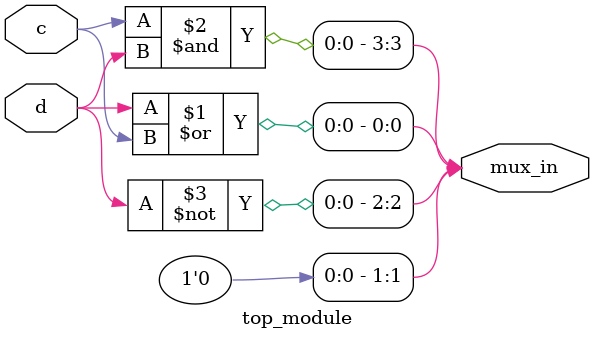
<source format=v>

module top_module (
    input c,
    input d,
    output [3:0] mux_in
); 

    assign mux_in[0] = d | c;
    assign mux_in[1] = 0;
    assign mux_in[3] = c & d;
    assign mux_in[2] = ~d;

    
endmodule

</source>
